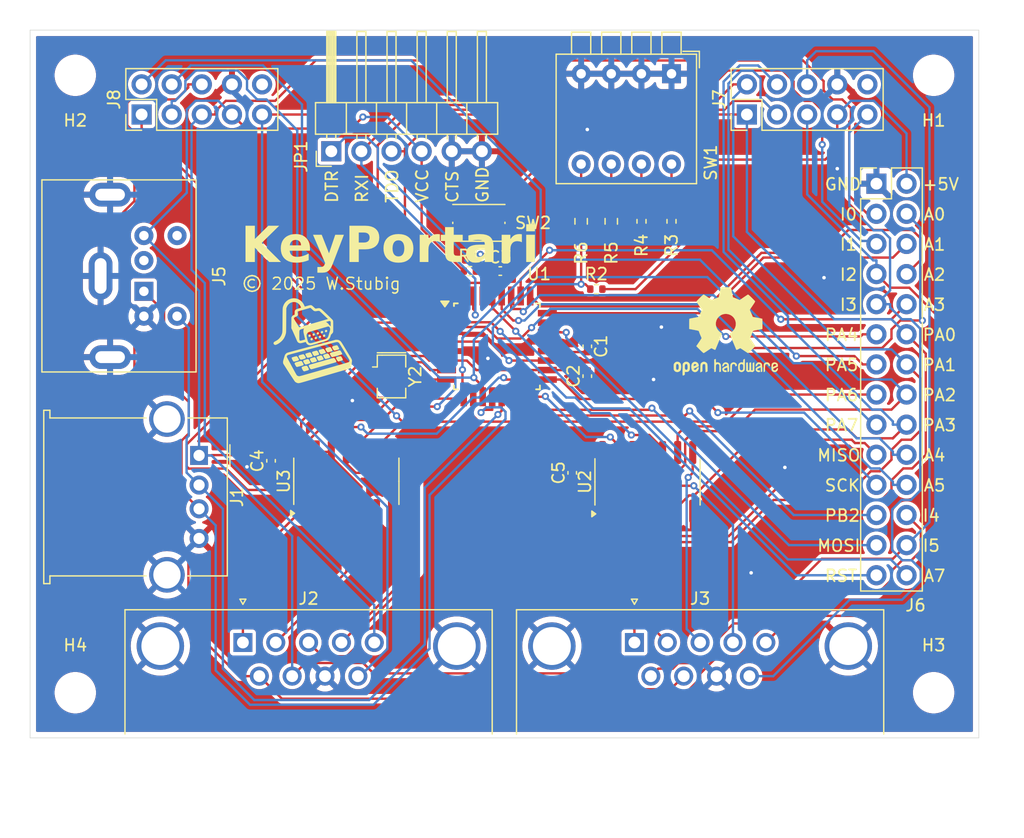
<source format=kicad_pcb>
(kicad_pcb (version 20240108) (generator "pcbnew") (generator_version "8.0")
  (title_block (title "KeyPortari") (date "2025-05-08") (rev "v1.1.1") (company "Wolfgang Stubig"))
  (layers (0 "F.Cu" signal) (31 "B.Cu" signal) (34 "B.Paste" user) (35 "F.Paste" user) (36 "B.SilkS" user "B.Silkscreen") (37 "F.SilkS" user "F.Silkscreen") (38 "B.Mask" user) (39 "F.Mask" user) (44 "Edge.Cuts" user))
  (net 0 "")
  (net 1 "GND")
  (net 2 "+5V")
  (net 3 "I4")
  (net 4 "I0")
  (net 5 "I1")
  (net 6 "I2")
  (net 7 "I3")
  (net 8 "I5")
  (net 9 "DATA")
  (net 10 "PB2")
  (net 11 "CLK")
  (net 12 "Net-(U1-XTAL1{slash}PB6)")
  (net 13 "PB3")
  (net 14 "OE_L")
  (net 15 "OE_R")
  (net 16 "Net-(U1-XTAL2{slash}PB7)")
  (net 17 "PAA6")
  (net 18 "PAA5")
  (net 19 "PAA7")
  (net 20 "PAA4")
  (net 21 "PAA1")
  (net 22 "PAA3")
  (net 23 "PAA2")
  (net 24 "PAA0")
  (net 25 "PA2")
  (net 26 "PA0")
  (net 27 "PA5")
  (net 28 "PA3")
  (net 29 "PA6")
  (net 30 "PA1")
  (net 31 "PA4")
  (net 32 "PA7")
  (net 33 "DTR")
  (net 34 "RST")
  (net 35 "A0")
  (net 36 "Net-(R3-Pad2)")
  (net 37 "Net-(R4-Pad2)")
  (net 38 "Net-(R5-Pad2)")
  (net 39 "Net-(R6-Pad2)")
  (net 40 "A7")
  (net 41 "A1")
  (net 42 "A4")
  (net 43 "A2")
  (net 44 "A5")
  (net 45 "Net-(U1-AREF)")
  (net 46 "A3")
  (net 51 "CONF")
  (footprint "Connector_USB:USB_A_Molex_67643_Horizontal" (layer "F.Cu") (at 67.59 99.37 -90)
    (property "Reference" "J1")
    (property "Value" "USB_A")
  )
  (footprint "MountingHole:MountingHole_3mm" (layer "F.Cu") (at 57.15 119.38)
    (property "Reference" "H4")
    (property "Value" "MountingHole")
  )
  (footprint "Symbol:OSHW-Logo2_9.8x8mm_SilkScreen" (layer "F.Cu") (at 112.014 88.9)
    (property "Reference" "REF**" (hide yes))
    (property "Value" "OSHW-Logo2_9.8x8mm_SilkScreen" (hide yes))
  )
  (footprint "Connector_PinHeader_2.54mm:PinHeader_1x06_P2.54mm_Horizontal" (layer "F.Cu") (at 78.74 73.717 90)
    (property "Reference" "JP1")
    (property "Value" "FTDI Basic")
  )
  (footprint "Connector_Dsub:DSUB-9_Male_Horizontal_P2.77x2.84mm_EdgePinOffset4.94mm_Housed_MountingHolesOffset7.48mm" (layer "F.Cu") (at 71.285 115.1447)
    (property "Reference" "J2")
    (property "Value" "Left Forward Port")
  )
  (footprint "KeyPortari:PinHeader_2x14_P2.54mm_Vertical_KeyPortari_Expansion-Port" (layer "F.Cu") (at 124.714 76.454)
    (property "Reference" "J6")
    (property "Value" "Expansion Port")
  )
  (footprint "Button_Switch_THT:SW_DIP_SPSTx04_Piano_10.8x11.72mm_W7.62mm_P2.54mm" (layer "F.Cu") (at 107.432 67.179 -90)
    (property "Reference" "SW1")
    (property "Value" "Config Switch-Box")
  )
  (footprint "Package_SO:SOIC-14_3.9x8.7mm_P1.27mm" (layer "F.Cu") (at 80.01 101.5492 90)
    (property "Reference" "U3")
    (property "Value" "74HC4066D_653")
  )
  (footprint "Connector_Dsub:DSUB-9_Male_Horizontal_P2.77x2.84mm_EdgePinOffset4.94mm_Housed_MountingHolesOffset7.48mm" (layer "F.Cu") (at 104.305 115.1447)
    (property "Reference" "J3")
    (property "Value" "Right Forward Port")
  )
  (footprint "Crystal:Resonator_SMD_Murata_CSTxExxV-3Pin_3.0x1.1mm" (layer "F.Cu") (at 83.82 92.71 -90)
    (property "Reference" "Y2")
    (property "Value" "16Mhz")
  )
  (footprint "Capacitor_SMD:C_0402_1005Metric" (layer "F.Cu") (at 100.33 92.682 90)
    (property "Reference" "C2")
    (property "Value" "0.1 uF")
  )
  (footprint "Resistor_SMD:R_0402_1005Metric" (layer "F.Cu") (at 104.902 79.625 90)
    (property "Reference" "R4")
    (property "Value" "20K")
  )
  (footprint "KeyPortari:Logo KeyPortari" (layer "F.Cu") (at 77.47 90.551)
    (property "Reference" "G***" (hide yes))
    (property "Value" "LOGO" (hide yes))
  )
  (footprint "Button_Switch_SMD:SW_Push_1P1T_NO_CK_KMR2" (layer "F.Cu") (at 91.186 79.756)
    (property "Reference" "SW2")
    (property "Value" "Reset")
  )
  (footprint "Connector_PinHeader_2.54mm:PinHeader_2x05_P2.54mm_Vertical" (layer "F.Cu") (at 62.743 70.617 90)
    (property "Reference" "J8")
    (property "Value" "Joystick left")
  )
  (footprint "Resistor_SMD:R_0402_1005Metric" (layer "F.Cu") (at 90.424 83.82 180)
    (property "Reference" "R1")
    (property "Value" "10K")
  )
  (footprint "Capacitor_SMD:C_0402_1005Metric" (layer "F.Cu") (at 73.66 99.822 90)
    (property "Reference" "C4")
    (property "Value" "0.1 uF")
  )
  (footprint "MountingHole:MountingHole_3mm" (layer "F.Cu") (at 129.54 119.38)
    (property "Reference" "H3")
    (property "Value" "MountingHole")
  )
  (footprint "Resistor_SMD:R_0603_1608Metric" (layer "F.Cu") (at 102.352 79.625 90)
    (property "Reference" "R5")
    (property "Value" "40K")
  )
  (footprint "Connector_PinHeader_2.54mm:PinHeader_2x05_P2.54mm_Vertical" (layer "F.Cu") (at 113.792 70.617 90)
    (property "Reference" "J7")
    (property "Value" "Joystick right")
  )
  (footprint "Capacitor_SMD:C_0402_1005Metric" (layer "F.Cu") (at 100.33 90.17 -90)
    (property "Reference" "C1")
    (property "Value" "0.1uF")
  )
  (footprint "Resistor_SMD:R_0402_1005Metric" (layer "F.Cu") (at 101.092 85.344)
    (property "Reference" "R2")
    (property "Value" "100K")
  )
  (footprint "Resistor_SMD:R_0603_1608Metric" (layer "F.Cu") (at 99.812 79.625 90)
    (property "Reference" "R6")
    (property "Value" "80K")
  )
  (footprint "MountingHole:MountingHole_3mm" (layer "F.Cu") (at 129.54 67.31)
    (property "Reference" "H1")
    (property "Value" "MountingHole")
  )
  (footprint "Package_SO:SOIC-14_3.9x8.7mm_P1.27mm" (layer "F.Cu") (at 105.41 101.6 90)
    (property "Reference" "U2")
    (property "Value" "74HC4066D_653")
  )
  (footprint "Package_QFP:TQFP-32_7x7mm_P0.8mm" (layer "F.Cu") (at 92.71 90.17)
    (property "Reference" "U1")
    (property "Value" "ATmega328P-A")
  )
  (footprint "KeyPortari:Connector_Mini-DIN_Female_6Pin_2rows" (layer "F.Cu") (at 62.935 85.53 -90)
    (property "Reference" "J5")
    (property "Value" "Mini-DIN-6")
  )
  (footprint "MountingHole:MountingHole_3mm" (layer "F.Cu") (at 57.15 67.31)
    (property "Reference" "H2")
    (property "Value" "MountingHole")
  )
  (footprint "Resistor_SMD:R_0402_1005Metric" (layer "F.Cu") (at 107.432 79.625 90)
    (property "Reference" "R3")
    (property "Value" "10K")
  )
  (footprint "Capacitor_SMD:C_0402_1005Metric" (layer "F.Cu") (at 92.992 83.82)
    (property "Reference" "C3")
    (property "Value" "0.1uF")
  )
  (footprint "Capacitor_SMD:C_0402_1005Metric" (layer "F.Cu") (at 99.06 100.838 90)
    (property "Reference" "C5")
    (property "Value" "0.1 uF")
  )
  (gr_line (start 53.34 123.19) (end 53.34 115.57) (stroke (width 0.05)) (layer "Edge.Cuts"))
  (gr_line (start 53.34 63.5) (end 133.35 63.5) (stroke (width 0.05)) (layer "Edge.Cuts"))
  (gr_line (start 133.35 123.19) (end 53.34 123.19) (stroke (width 0.05)) (layer "Edge.Cuts"))
  (gr_line (start 53.34 115.57) (end 53.34 63.5) (stroke (width 0.05)) (layer "Edge.Cuts"))
  (gr_line (start 133.35 63.5) (end 133.35 123.19) (stroke (width 0.05)) (layer "Edge.Cuts"))
  (gr_text "KeyPortari" (at 71.12 83.566 0) (layer "F.SilkS") (effects (font (size 3 3) (thickness 0.3) (bold yes)) (justify left bottom)))
  (gr_text "© 2025 W.Stubig" (at 71.12 85.471 0) (layer "F.SilkS") (effects (font (size 1 1) (thickness 0.125)) (justify left bottom)))
  (segment (start 121.412 68.077) (end 121.671 68.077) (width 0.5) (layer "F.Cu") (net 1))
  (segment (start 122.0266 68.077) (end 122.8344 68.8848) (width 0.5) (layer "F.Cu") (net 1))
  (segment (start 69.845 68.077) (end 69.088 68.834) (width 0.5) (layer "F.Cu") (net 1))
  (segment (start 121.412 68.077) (end 122.0266 68.077) (width 0.5) (layer "F.Cu") (net 1))
  (segment (start 70.363 68.077) (end 69.845 68.077) (width 0.2) (layer "F.Cu") (net 1))
  (segment (start 124.714 76.454) (end 126.0348 77.7748) (width 0.5) (layer "F.Cu") (net 1))
  (via (at 121.412 75.184) (size 0.6) (drill 0.3) (layers "F.Cu" "B.Cu") (net 1))
  (via (at 71.628 100.33) (size 0.6) (drill 0.3) (layers "F.Cu" "B.Cu") (net 1))
  (via (at 105.918 92.964) (size 0.6) (drill 0.3) (layers "F.Cu" "B.Cu") (net 1))
  (via (at 100.33 71.882) (size 0.6) (drill 0.3) (layers "F.Cu" "B.Cu") (net 1))
  (via (at 116.9924 100.3808) (size 0.6) (drill 0.3) (layers "F.Cu" "B.Cu") (net 1))
  (via (at 91.948 91.186) (size 0.6) (drill 0.3) (layers "F.Cu" "B.Cu") (net 1))
  (via (at 114.1476 109.2708) (size 0.6) (drill 0.3) (layers "F.Cu" "B.Cu") (net 1))
  (via (at 120.2944 84.3788) (size 0.6) (drill 0.3) (layers "F.Cu" "B.Cu") (net 1))
  (via (at 106.5784 88.5444) (size 0.6) (drill 0.3) (layers "F.Cu" "B.Cu") (net 1))
  (via (at 80.518 94.742) (size 0.6) (drill 0.3) (layers "F.Cu" "B.Cu") (net 1))
  (segment (start 120.401 69.088) (end 120.396 69.088) (width 0.2) (layer "B.Cu") (net 1))
  (segment (start 70.363 68.077) (end 70.363 68.585) (width 0.2) (layer "B.Cu") (net 1))
  (segment (start 124.714 76.454) (end 126.0856 77.8256) (width 0.5) (layer "B.Cu") (net 1))
  (segment (start 70.363 68.585) (end 71.12 69.342) (width 0.5) (layer "B.Cu") (net 1))
  (segment (start 121.412 68.077) (end 120.401 69.088) (width 0.5) (layer "B.Cu") (net 1))
  (segment (start 109.982 74.422) (end 109.982 73.8632) (width 0.2) (layer "F.Cu") (net 2))
  (segment (start 80.4252 71.8047) (end 81.4031 70.8268) (width 0.2) (layer "F.Cu") (net 2))
  (segment (start 94.636 76.56) (end 86.466 76.56) (width 0.2) (layer "F.Cu") (net 2))
  (segment (start 96.96 92.17) (end 92.6592 92.17) (width 0.2) (layer "F.Cu") (net 2))
  (segment (start 75.44 117.9847) (end 76.5508 116.8739) (width 0.2) (layer "F.Cu") (net 2))
  (segment (start 88.46 91.37) (end 86.999 91.37) (width 0.2) (layer "F.Cu") (net 2))
  (segment (start 100.6482 100.358) (end 99.06 100.358) (width 0.2) (layer "F.Cu") (net 2))
  (segment (start 88.46 89.77) (end 91.380529 89.77) (width 0.2) (layer "F.Cu") (net 2))
  (segment (start 86.36 80.266) (end 89.914 83.82) (width 0.2) (layer "F.Cu") (net 2))
  (segment (start 86.36 76.454) (end 86.36 80.266) (width 0.2) (layer "F.Cu") (net 2))
  (segment (start 91.380529 89.77) (end 92.6592 91.048671) (width 0.2) (layer "F.Cu") (net 2))
  (segment (start 120.396 74.422) (end 109.982 74.422) (width 0.2) (layer "F.Cu") (net 2))
  (segment (start 98.3996 72.7964) (end 94.636 76.56) (width 0.2) (layer "F.Cu") (net 2))
  (segment (start 76.2 99.0742) (end 73.9278 99.0742) (width 0.2) (layer "F.Cu") (net 2))
  (segment (start 92.6592 92.17) (end 90.9725 92.17) (width 0.2) (layer "F.Cu") (net 2))
  (segment (start 90.1725 91.37) (end 88.46 91.37) (width 0.2) (layer "F.Cu") (net 2))
  (segment (start 68.6697 99.342) (end 68.6417 99.37) (width 0.2) (layer "F.Cu") (net 2))
  (segment (start 70.363 70.617) (end 71.5507 71.8047) (width 0.2) (layer "F.Cu") (net 2))
  (segment (start 101.9867 119.0899) (end 100.6482 117.7514) (width 0.2) (layer "F.Cu") (net 2))
  (segment (start 86.466 76.56) (end 86.36 76.454) (width 0.2) (layer "F.Cu") (net 2))
  (segment (start 121.412 70.617) (end 121.412 73.406) (width 0.2) (layer "F.Cu") (net 2))
  (segment (start 109.982 73.8632) (end 108.9152 72.7964) (width 0.2) (layer "F.Cu") (net 2))
  (segment (start 101.6 99.125) (end 100.6482 100.0768) (width 0.2) (layer "F.Cu") (net 2))
  (segment (start 71.5507 71.8047) (end 80.4252 71.8047) (width 0.2) (layer "F.Cu") (net 2))
  (segment (start 67.59 99.37) (end 68.6417 99.37) (width 0.2) (layer "F.Cu") (net 2))
  (segment (start 73.66 99.342) (end 68.6697 99.342) (width 0.2) (layer "F.Cu") (net 2))
  (segment (start 121.412 73.406) (end 120.396 74.422) (width 0.2) (layer "F.Cu") (net 2))
  (segment (start 96.96 92.17) (end 100.298 92.17) (width 0.2) (layer "F.Cu") (net 2))
  (segment (start 108.46 117.9847) (end 107.3548 119.0899) (width 0.2) (layer "F.Cu") (net 2))
  (segment (start 76.2 96.52) (end 76.2 99.0742) (width 0.2) (layer "F.Cu") (net 2))
  (segment (start 81.4273 116.8739) (end 82.3048 117.7514) (width 0.2) (layer "F.Cu") (net 2))
  (segment (start 86.999 91.37) (end 86.614 90.985) (width 0.2) (layer "F.Cu") (net 2))
  (segment (start 100.298 92.17) (end 100.33 92.202) (width 0.2) (layer "F.Cu") (net 2))
  (segment (start 109.982 74.422) (end 109.982 79.756) (width 0.2) (layer "F.Cu") (net 2))
  (segment (start 104.394 85.344) (end 109.982 79.756) (width 0.2) (layer "F.Cu") (net 2))
  (segment (start 101.602 85.344) (end 104.394 85.344) (width 0.2) (layer "F.Cu") (net 2))
  (segment (start 73.9278 99.0742) (end 73.66 99.342) (width 0.2) (layer "F.Cu") (net 2))
  (segment (start 108.9152 72.7964) (end 98.3996 72.7964) (width 0.2) (layer "F.Cu") (net 2))
  (segment (start 86.36 73.717) (end 86.36 76.454) (width 0.2) (layer "F.Cu") (net 2))
  (segment (start 100.6482 100.358) (end 100.6482 117.7514) (width 0.2) (layer "F.Cu") (net 2))
  (segment (start 107.3548 119.0899) (end 101.9867 119.0899) (width 0.2) (layer "F.Cu") (net 2))
  (segment (start 82.3048 117.7514) (end 100.6482 117.7514) (width 0.2) (layer "F.Cu") (net 2))
  (segment (start 92.6592 91.048671) (end 92.6592 92.17) (width 0.2) (layer "F.Cu") (net 2))
  (segment (start 90.9725 92.17) (end 90.1725 91.37) (width 0.2) (layer "F.Cu") (net 2))
  (segment (start 76.5508 116.8739) (end 81.4273 116.8739) (width 0.2) (layer "F.Cu") (net 2))
  (segment (start 86.614 90.985) (end 81.735 90.985) (width 0.2) (layer "F.Cu") (net 2))
  (segment (start 81.735 90.985) (end 76.2 96.52) (width 0.2) (layer "F.Cu") (net 2))
  (segment (start 100.6482 100.0768) (end 100.6482 100.358) (width 0.2) (layer "F.Cu") (net 2))
  (via (at 81.4031 70.8268) (size 0.6) (drill 0.3) (layers "F.Cu" "B.Cu") (net 2))
  (segment (start 68.6417 99.37) (end 75.44 106.1683) (width 0.2) (layer "B.Cu") (net 2))
  (segment (start 62.935 80.83) (end 67.59 85.485) (width 0.2) (layer "B.Cu") (net 2))
  (segment (start 86.36 73.717) (end 83.4698 70.8268) (width 0.2) (layer "B.Cu") (net 2))
  (segment (start 127.254 72.213) (end 127.254 76.454) (width 0.2) (layer "B.Cu") (net 2))
  (segment (start 121.412 70.617) (end 122.5653 69.4637) (width 0.2) (layer "B.Cu") (net 2))
  (segment (start 75.44 106.1683) (end 75.44 117.9847) (width 0.2) (layer "B.Cu") (net 2))
  (segment (start 122.5653 69.4637) (end 124.5047 69.4637) (width 0.2) (layer "B.Cu") (net 2))
  (segment (start 83.4698 70.8268) (end 81.4031 70.8268) (width 0.2) (layer "B.Cu") (net 2))
  (segment (start 66.553 70.1986) (end 66.553 77.212) (width 0.2) (layer "B.Cu") (net 2))
  (segment (start 66.553 77.212) (end 62.935 80.83) (width 0.2) (layer "B.Cu") (net 2))
  (segment (start 124.5047 69.4637) (end 127.254 72.213) (width 0.2) (layer "B.Cu") (net 2))
  (segment (start 67.2982 69.4534) (end 66.553 70.1986) (width 0.2) (layer "B.Cu") (net 2))
  (segment (start 69.1994 69.4534) (end 67.2982 69.4534) (width 0.2) (layer "B.Cu") (net 2))
  (segment (start 67.59 99.37) (end 68.6417 99.37) (width 0.2) (layer "B.Cu") (net 2))
  (segment (start 67.59 85.485) (end 67.59 99.37) (width 0.2) (layer "B.Cu") (net 2))
  (segment (start 70.363 70.617) (end 69.1994 69.4534) (width 0.2) (layer "B.Cu") (net 2))
  (segment (start 61.5271 69.64) (end 61.8201 69.347) (width 0.2) (layer "F.Cu") (net 3))
  (segment (start 125.984 109.1121) (end 125.984 109.8585) (width 0.2) (layer "F.Cu") (net 3))
  (segment (start 127.254 104.394) (end 128.4611 105.6011) (width 0.2) (layer "F.Cu") (net 3))
  (segment (start 70.9947 117.9847) (end 66.69 113.68) (width 0.2) (layer "F.Cu") (net 3))
  (segment (start 113.055 116.315) (end 111.3094 116.315) (width 0.2) (layer "F.Cu") (net 3))
  (segment (start 128.4611 105.6011) (end 128.4611 107.4119) (width 0.2) (layer "F.Cu") (net 3))
  (segment (start 72.67 117.9847) (end 70.9947 117.9847) (width 0.2) (layer "F.Cu") (net 3))
  (segment (start 66.69 113.68) (end 66.69 108.0652) (width 0.2) (layer "F.Cu") (net 3))
  (segment (start 124.821 111.0215) (end 117.8973 111.0215) (width 0.2) (layer "F.Cu") (net 3))
  (segment (start 114.0001 115.3699) (end 113.055 116.315) (width 0.2) (layer "F.Cu") (net 3))
  (segment (start 65.6698 69.347) (end 66.6713 68.3455) (width 0.2) (layer "F.Cu") (net 3))
  (segment (start 66.69 108.0652) (end 62.1367 103.5119) (width 0.2) (layer "F.Cu") (net 3))
  (segment (start 61.214 78.8419) (end 62.1367 77.9192) (width 0.2) (layer "F.Cu") (net 3))
  (segment (start 62.1367 72.1374) (end 61.5271 71.5278) (width 0.2) (layer "F.Cu") (net 3))
  (segment (start 114.0001 114.9187) (end 114.0001 115.3699) (width 0.2) (layer "F.Cu") (net 3))
  (segment (start 117.8973 111.0215) (end 114.0001 114.9187) (width 0.2) (layer "F.Cu") (net 3))
  (segment (start 109.8451 118.186) (end 108.1431 119.888) (width 0.2) (layer "F.Cu") (net 3))
  (segment (start 62.1367 103.5119) (end 62.1367 89.8227) (width 0.2) (layer "F.Cu") (net 3))
  (segment (start 61.214 88.9) (end 61.214 78.8419) (width 0.2) (layer "F.Cu") (net 3))
  (segment (start 126.8923 108.2038) (end 125.984 109.1121) (width 0.2) (layer "F.Cu") (net 3))
  (segment (start 128.4611 107.4119) (end 127.6692 108.2038) (width 0.2) (layer "F.Cu") (net 3))
  (segment (start 74.5733 119.888) (end 72.67 117.9847) (width 0.2) (layer "F.Cu") (net 3))
  (segment (start 61.8201 69.347) (end 65.6698 69.347) (width 0.2) (layer "F.Cu") (net 3))
  (segment (start 66.6713 68.3455) (end 66.6713 68.077) (width 0.2) (layer "F.Cu") (net 3))
  (segment (start 62.1367 77.9192) (end 62.1367 72.1374) (width 0.2) (layer "F.Cu") (net 3))
  (segment (start 62.1367 89.8227) (end 61.214 88.9) (width 0.2) (layer "F.Cu") (net 3))
  (segment (start 127.6692 108.2038) (end 126.8923 108.2038) (width 0.2) (layer "F.Cu") (net 3))
  (segment (start 66.6713 68.077) (end 67.823 68.077) (width 0.2) (layer "F.Cu") (net 3))
  (segment (start 108.1431 119.888) (end 74.5733 119.888) (width 0.2) (layer "F.Cu") (net 3))
  (segment (start 109.8451 117.7793) (end 109.8451 118.186) (width 0.2) (layer "F.Cu") (net 3))
  (segment (start 111.3094 116.315) (end 109.8451 117.7793) (width 0.2) (layer "F.Cu") (net 3))
  (segment (start 125.984 109.8585) (end 124.821 111.0215) (width 0.2) (layer "F.Cu") (net 3))
  (segment (start 61.5271 71.5278) (end 61.5271 69.64) (width 0.2) (layer "F.Cu") (net 3))
  (segment (start 121.8303 69.347) (end 121.0179 69.347) (width 0.2) (layer "F.Cu") (net 4))
  (segment (start 121.0179 69.347) (end 120.2603 68.5894) (width 0.2) (layer "F.Cu") (net 4))
  (segment (start 120.2603 68.5894) (end 120.2603 67.8018) (width 0.2) (layer "F.Cu") (net 4))
  (segment (start 123.952 78.994) (end 122.428 77.47) (width 0.2) (layer "F.Cu") (net 4))
  (segment (start 122.562 70.0787) (end 121.8303 69.347) (width 0.2) (layer "F.Cu") (net 4))
  (segment (start 68.9747 70.329) (end 68.9747 70.617) (width 0.2) (layer "F.Cu") (net 4))
  (segment (start 74.0078 69.4653) (end 69.8384 69.4653) (width 0.2) (layer "F.Cu") (net 4))
  (segment (start 122.428 71.227346) (end 122.562 71.093346) (width 0.2) (layer "F.Cu") (net 4))
  (segment (start 68.9747 70.617) (end 67.823 70.617) (width 0.2) (layer "F.Cu") (net 4))
  (segment (start 77.412 66.0611) (end 74.0078 69.4653) (width 0.2) (layer "F.Cu") (net 4))
  (segment (start 122.562 71.093346) (end 122.562 70.0787) (width 0.2) (layer "F.Cu") (net 4))
  (segment (start 124.714 78.994) (end 123.952 78.994) (width 0.2) (layer "F.Cu") (net 4))
  (segment (start 122.428 77.47) (end 122.428 71.227346) (width 0.2) (layer "F.Cu") (net 4))
  (segment (start 69.8384 69.4653) (end 68.9747 70.329) (width 0.2) (layer "F.Cu") (net 4))
  (segment (start 120.2603 67.8018) (end 118.5196 66.0611) (width 0.2) (layer "F.Cu") (net 4))
  (segment (start 118.5196 66.0611) (end 77.412 66.0611) (width 0.2) (layer "F.Cu") (net 4))
  (segment (start 68.072 84.836) (end 68.072 97.702) (width 0.2) (layer "B.Cu") (net 4))
  (segment (start 67.823 70.617) (end 66.953 71.487) (width 0.2) (layer "B.Cu") (net 4))
  (segment (start 68.072 97.702) (end 82.365 111.995) (width 0.2) (layer "B.Cu") (net 4))
  (segment (start 66.953 83.717) (end 68.072 84.836) (width 0.2) (layer "B.Cu") (net 4))
  (segment (start 82.365 111.995) (end 82.365 115.1447) (width 0.2) (layer "B.Cu") (net 4))
  (segment (start 66.953 71.487) (end 66.953 83.717) (width 0.2) (layer "B.Cu") (net 4))
  (segment (start 120.142 73.152) (end 120.142 70.260654) (width 0.2) (layer "F.Cu") (net 5))
  (segment (start 120.142 70.260654) (end 119.348346 69.467) (width 0.2) (layer "F.Cu") (net 5))
  (segment (start 117.722 67.8274) (end 116.8051 66.9105) (width 0.2) (layer "F.Cu") (net 5))
  (segment (start 116.8051 66.9105) (end 112.1595 66.9105) (width 0.2) (layer "F.Cu") (net 5))
  (segment (start 80.005 70.617) (end 72.903 70.617) (width 0.2) (layer "F.Cu") (net 5))
  (segment (start 117.722 68.553346) (end 117.722 67.8274) (width 0.2) (layer "F.Cu") (net 5))
  (segment (start 118.635654 69.467) (end 117.722 68.553346) (width 0.2) (layer "F.Cu") (net 5))
  (segment (start 81.205 69.417) (end 80.005 70.617) (width 0.2) (layer "F.Cu") (net 5))
  (segment (start 119.348346 69.467) (end 118.635654 69.467) (width 0.2) (layer "F.Cu") (net 5))
  (segment (start 109.653 69.417) (end 81.205 69.417) (width 0.2) (layer "F.Cu") (net 5))
  (segment (start 112.1595 66.9105) (end 109.653 69.417) (width 0.2) (layer "F.Cu") (net 5))
  (via (at 120.142 73.152) (size 0.6) (drill 0.3) (layers "F.Cu" "B.Cu") (net 5))
  (segment (start 72.903 93.1655) (end 83.4701 103.7326) (width 0.2) (layer "B.Cu") (net 5))
  (segment (start 120.142 73.152) (end 120.142 77.978) (width 0.2) (layer "B.Cu") (net 5))
  (segment (start 124.46 81.28) (end 124.714 81.534) (width 0.2) (layer "B.Cu") (net 5))
  (segment (start 120.142 77.978) (end 123.444 81.28) (width 0.2) (layer "B.Cu") (net 5))
  (segment (start 83.4701 103.7326) (end 83.4701 115.6822) (width 0.2) (layer "B.Cu") (net 5))
  (segment (start 81.1676 117.9847) (end 80.98 117.9847) (width 0.2) (layer "B.Cu") (net 5))
  (segment (start 72.903 70.617) (end 72.903 93.1655) (width 0.2) (layer "B.Cu") (net 5))
  (segment (start 83.4701 115.6822) (end 81.1676 117.9847) (width 0.2) (layer "B.Cu") (net 5))
  (segment (start 123.444 81.28) (end 124.46 81.28) (width 0.2) (layer "B.Cu") (net 5))
  (segment (start 127.492046 85.2257) (end 130.302 88.035654) (width 0.2) (layer "F.Cu") (net 6))
  (segment (start 130.302 88.035654) (end 130.302 109.474) (width 0.2) (layer "F.Cu") (net 6))
  (segment (start 126.8778 112.8982) (end 117.6315 112.8982) (width 0.2) (layer "F.Cu") (net 6))
  (segment (start 125.8657 85.2257) (end 127.492046 85.2257) (width 0.2) (layer "F.Cu") (net 6))
  (segment (start 130.302 109.474) (end 126.8778 112.8982) (width 0.2) (layer "F.Cu") (net 6))
  (segment (start 124.714 84.074) (end 125.8657 85.2257) (width 0.2) (layer "F.Cu") (net 6))
  (segment (start 117.6315 112.8982) (end 115.385 115.1447) (width 0.2) (layer "F.Cu") (net 6))
  (segment (start 118.872 77.3488) (end 118.872 71.7687) (width 0.2) (layer "B.Cu") (net 6))
  (segment (start 124.714 84.074) (end 124.714 82.9223) (width 0.2) (layer "B.Cu") (net 6))
  (segment (start 118.872 70.617) (end 118.872 71.7687) (width 0.2) (layer "B.Cu") (net 6))
  (segment (start 124.714 82.9223) (end 124.4455 82.9223) (width 0.2) (layer "B.Cu") (net 6))
  (segment (start 124.4455 82.9223) (end 118.872 77.3488) (width 0.2) (layer "B.Cu") (net 6))
  (segment (start 124.477654 80.384) (end 125.190346 80.384) (width 0.2) (layer "B.Cu") (net 7))
  (segment (start 128.4061 88.6758) (end 127.6143 87.884) (width 0.2) (layer "B.Cu") (net 7))
  (segment (start 127.6808 108.204) (end 126.8923 108.204) (width 0.2) (layer "B.Cu") (net 7))
  (segment (start 126.8713 111.5399) (end 128.4527 109.9585) (width 0.2) (layer "B.Cu") (net 7))
  (segment (start 125.864 85.464) (end 124.714 86.614) (width 0.2) (layer "B.Cu") (net 7))
  (segment (start 128.4527 108.9759) (end 127.6808 108.204) (width 0.2) (layer "B.Cu") (net 7))
  (segment (start 125.864 81.057654) (end 125.864 85.464) (width 0.2) (layer "B.Cu") (net 7))
  (segment (start 114 117.9847) (end 116.0112 117.9847) (width 0.2) (layer "B.Cu") (net 7))
  (segment (start 126.8356 103.124) (end 127.6199 103.124) (width 0.2) (layer "B.Cu") (net 7))
  (segment (start 122.456 111.5399) (end 126.8713 111.5399) (width 0.2) (layer "B.Cu") (net 7))
  (segment (start 126.8923 108.204) (end 126.0439 107.3556) (width 0.2) (layer "B.Cu") (net 7))
  (segment (start 126.8672 87.884) (end 125.8657 86.8825) (width 0.2) (layer "B.Cu") (net 7))
  (segment (start 128.4061 102.3378) (end 128.4061 88.6758) (width 0.2) (layer "B.Cu") (net 7))
  (segment (start 127.6199 103.124) (end 128.4061 102.3378) (width 0.2) (layer "B.Cu") (net 7))
  (segment (start 126.0439 103.9157) (end 126.8356 103.124) (width 0.2) (layer "B.Cu") (net 7))
  (segment (start 122.428 78.334346) (end 124.477654 80.384) (width 0.2) (layer "B.Cu") (net 7))
  (segment (start 128.4527 109.9585) (end 128.4527 108.9759) (width 0.2) (layer "B.Cu") (net 7))
  (segment (start 127.6143 87.884) (end 126.8672 87.884) (width 0.2) (layer "B.Cu") (net 7))
  (segment (start 123.952 70.617) (end 122.428 72.141) (width 0.2) (layer "B.Cu") (net 7))
  (segment (start 125.190346 80.384) (end 125.864 81.057654) (width 0.2) (layer "B.Cu") (net 7))
  (segment (start 125.8657 86.8825) (end 125.8657 86.614) (width 0.2) (layer "B.Cu") (net 7))
  (segment (start 126.0439 107.3556) (end 126.0439 103.9157) (width 0.2) (layer "B.Cu") (net 7))
  (segment (start 116.0112 117.9847) (end 122.456 111.5399) (width 0.2) (layer "B.Cu") (net 7))
  (segment (start 124.714 86.614) (end 125.8657 86.614) (width 0.2) (layer "B.Cu") (net 7))
  (segment (start 122.428 72.141) (end 122.428 78.334346) (width 0.2) (layer "B.Cu") (net 7))
  (segment (start 126.1023 108.0857) (end 120.1079 108.0857) (width 0.2) (layer "F.Cu") (net 8))
  (segment (start 114.6556 113.538) (end 112.666065 113.538) (width 0.2) (layer "F.Cu") (net 8))
  (segment (start 106.3267 117.348) (end 105.69 117.9847) (width 0.2) (layer "F.Cu") (net 8))
  (segment (start 112.666065 113.538) (end 111.2301 114.973965) (width 0.2) (layer "F.Cu") (net 8))
  (segment (start 111.2301 114.973965) (end 111.2301 115.828614) (width 0.2) (layer "F.Cu") (net 8))
  (segment (start 127.254 106.934) (end 126.1023 108.0857) (width 0.2) (layer "F.Cu") (net 8))
  (segment (start 110.174014 116.8847) (end 108.004365 116.8847) (width 0.2) (layer "F.Cu") (net 8))
  (segment (start 111.2301 115.828614) (end 110.174014 116.8847) (width 0.2) (layer "F.Cu") (net 8))
  (segment (start 108.004365 116.8847) (end 107.541065 117.348) (width 0.2) (layer "F.Cu") (net 8))
  (segment (start 120.1079 108.0857) (end 114.6556 113.538) (width 0.2) (layer "F.Cu") (net 8))
  (segment (start 107.541065 117.348) (end 106.3267 117.348) (width 0.2) (layer "F.Cu") (net 8))
  (segment (start 129.1869 70.0049) (end 129.1869 105.0011) (width 0.2) (layer "B.Cu") (net 8))
  (segment (start 124.46 65.278) (end 129.1869 70.0049) (width 0.2) (layer "B.Cu") (net 8))
  (segment (start 119.634 65.278) (end 124.46 65.278) (width 0.2) (layer "B.Cu") (net 8))
  (segment (start 129.1869 105.0011) (end 127.254 106.934) (width 0.2) (layer "B.Cu") (net 8))
  (segment (start 118.872 68.077) (end 118.872 66.04) (width 0.2) (layer "B.Cu") (net 8))
  (segment (start 118.872 66.04) (end 119.634 65.278) (width 0.2) (layer "B.Cu") (net 8))
  (segment (start 66.7163 97.522) (end 66.1094 98.1289) (width 0.2) (layer "F.Cu") (net 9))
  (segment (start 66.7163 94.8522) (end 66.7163 97.522) (width 0.2) (layer "F.Cu") (net 9))
  (segment (start 66.1094 98.1289) (end 66.1094 102.3894) (width 0.2) (layer "F.Cu") (net 9))
  (segment (start 92.31 94.42) (end 92.31 95.5217) (width 0.2) (layer "F.Cu") (net 9))
  (segment (start 64.635 87.23) (end 64.635 92.7709) (width 0.2) (layer "F.Cu") (net 9))
  (segment (start 62.935 85.53) (end 64.635 87.23) (width 0.2) (layer "F.Cu") (net 9))
  (segment (start 92.31 95.5217) (end 91.5978 95.5217) (width 0.2) (layer "F.Cu") (net 9))
  (segment (start 66.1094 102.3894) (end 67.59 103.87) (width 0.2) (layer "F.Cu") (net 9))
  (segment (start 64.635 92.7709) (end 66.7163 94.8522) (width 0.2) (layer "F.Cu") (net 9))
  (segment (start 91.5978 95.5217) (end 91.3689 95.7506) (width 0.2) (layer "F.Cu") (net 9))
  (via (at 91.3689 95.7506) (size 0.6) (drill 0.3) (layers "F.Cu" "B.Cu") (net 9))
  (segment (start 71.882 120.396) (end 82.296 120.396) (width 0.2) (layer "B.Cu") (net 9))
  (segment (start 68.9898 105.2698) (end 68.9898 117.5038) (width 0.2) (layer "B.Cu") (net 9))
  (segment (start 82.296 120.396) (end 87.025 115.667) (width 0.2) (layer "B.Cu") (net 9))
  (segment (start 93.0515 95.3102) (end 91.8093 95.3102) (width 0.2) (layer "B.Cu") (net 9))
  (segment (start 91.8093 95.3102) (end 91.3689 95.7506) (width 0.2) (layer "B.Cu") (net 9))
  (segment (start 87.025 115.667) (end 87.025 102.713) (width 0.2) (layer "B.Cu") (net 9))
  (segment (start 67.59 103.87) (end 68.9898 105.2698) (width 0.2) (layer "B.Cu") (net 9))
  (segment (start 68.9898 117.5038) (end 71.882 120.396) (width 0.2) (layer "B.Cu") (net 9))
  (segment (start 93.4337 96.3043) (end 93.4337 95.6924) (width 0.2) (layer "B.Cu") (net 9))
  (segment (start 93.4337 95.6924) (end 93.0515 95.3102) (width 0.2) (layer "B.Cu") (net 9))
  (segment (start 87.025 102.713) (end 93.4337 96.3043) (width 0.2) (layer "B.Cu") (net 9))
  (segment (start 108.9632 95.62) (end 108.5807 96.0025) (width 0.2) (layer "F.Cu") (net 10))
  (segment (start 108.5807 96.0025) (end 94.3908 96.0025) (width 0.2) (layer "F.Cu") (net 10))
  (segment (start 94.3908 96.0025) (end 93.91 95.5217) (width 0.2) (layer "F.Cu") (net 10))
  (segment (start 93.91 94.42) (end 93.91 95.5217) (width 0.2) (layer "F.Cu") (net 10))
  (via (at 108.9632 95.62) (size 0.6) (drill 0.3) (layers "F.Cu" "B.Cu") (net 10))
  (segment (start 117.7372 104.394) (end 124.714 104.394) (width 0.2) (layer "B.Cu") (net 10))
  (segment (start 108.9632 95.62) (end 117.7372 104.394) (width 0.2) (layer "B.Cu") (net 10))
  (segment (start 93.11 94.42) (end 93.11 95.5995) (width 0.2) (layer "F.Cu") (net 11))
  (segment (start 93.11 95.5995) (end 92.7913 95.9182) (width 0.2) (layer "F.Cu") (net 11))
  (via (at 92.7913 95.9182) (size 0.6) (drill 0.3) (layers "F.Cu" "B.Cu") (net 11))
  (segment (start 69.596 103.876) (end 69.596 117.348) (width 0.2) (layer "B.Cu") (net 11))
  (segment (start 81.934 119.996) (end 86.625 115.305) (width 0.2) (layer "B.Cu") (net 11))
  (segment (start 69.596 117.348) (end 72.244 119.996) (width 0.2) (layer "B.Cu") (net 11))
  (segment (start 72.244 119.996) (end 81.934 119.996) (width 0.2) (layer "B.Cu") (net 11))
  (segment (start 66.719 97.7101) (end 66.719 88.614) (width 0.2) (layer "B.Cu") (net 11))
  (segment (start 66.719 88.614) (end 65.735 87.63) (width 0.2) (layer "B.Cu") (net 11))
  (segment (start 66.5383 97.8908) (end 66.719 97.7101) (width 0.2) (layer "B.Cu") (net 11))
  (segment (start 66.5383 100.8183) (end 66.5383 97.8908) (width 0.2) (layer "B.Cu") (net 11))
  (segment (start 67.59 101.87) (end 69.596 103.876) (width 0.2) (layer "B.Cu") (net 11))
  (segment (start 67.59 101.87) (end 66.5383 100.8183) (width 0.2) (layer "B.Cu") (net 11))
  (segment (start 86.625 115.305) (end 86.625 102.0845) (width 0.2) (layer "B.Cu") (net 11))
  (segment (start 86.625 102.0845) (end 92.7913 95.9182) (width 0.2) (layer "B.Cu") (net 11))
  (segment (start 86.43 91.51) (end 83.82 91.51) (width 0.2) (layer "F.Cu") (net 12))
  (segment (start 87.09 92.17) (end 86.43 91.51) (width 0.2) (layer "F.Cu") (net 12))
  (segment (start 88.46 92.17) (end 87.09 92.17) (width 0.2) (layer "F.Cu") (net 12))
  (segment (start 94.71 95.5217) (end 105.6419 95.5217) (width 0.2) (layer "F.Cu") (net 13))
  (segment (start 94.71 94.42) (end 94.71 95.5217) (width 0.2) (layer "F.Cu") (net 13))
  (segment (start 105.6419 95.5217) (end 105.7814 95.3822) (width 0.2) (layer "F.Cu") (net 13))
  (via (at 105.7814 95.3822) (size 0.6) (drill 0.3) (layers "F.Cu" "B.Cu") (net 13))
  (segment (start 124.714 106.934) (end 117.3332 106.934) (width 0.2) (layer "B.Cu") (net 13))
  (segment (start 117.3332 106.934) (end 105.7814 95.3822) (width 0.2) (layer "B.Cu") (net 13))
  (segment (start 78.74 99.485) (end 81.28 102.025) (width 0.2) (layer "F.Cu") (net 14))
  (segment (start 78.74 99.0742) (end 78.74 99.485) (width 0.2) (layer "F.Cu") (net 14))
  (segment (start 78.74 98.6904) (end 78.74 99.0742) (width 0.2) (layer "F.Cu") (net 14))
  (segment (start 99.699 94.6073) (end 98.0617 92.97) (width 0.2) (layer "F.Cu") (net 14))
  (segment (start 93.4351 92.97) (end 96.96 92.97) (width 0.2) (layer "F.Cu") (net 14))
  (segment (start 81.28 102.025) (end 81.28 104.0242) (width 0.2) (layer "F.Cu") (net 14))
  (segment (start 110.1918 94.6073) (end 99.699 94.6073) (width 0.2) (layer "F.Cu") (net 14))
  (segment (start 81.2437 96.9753) (end 80.4551 96.9753) (width 0.2) (layer "F.Cu") (net 14))
  (segment (start 111.3425 95.758) (end 110.1918 94.6073) (width 0.2) (layer "F.Cu") (net 14))
  (segment (start 81.28 104.0242) (end 82.55 104.0242) (width 0.2) (layer "F.Cu") (net 14))
  (segment (start 98.0617 92.97) (end 96.96 92.97) (width 0.2) (layer "F.Cu") (net 14))
  (segment (start 78.74 99.0742) (end 77.47 99.0742) (width 0.2) (layer "F.Cu") (net 14))
  (segment (start 93.2726 92.8075) (end 93.4351 92.97) (width 0.2) (layer "F.Cu") (net 14))
  (segment (start 80.4551 96.9753) (end 78.74 98.6904) (width 0.2) (layer "F.Cu") (net 14))
  (via (at 93.2726 92.8075) (size 0.6) (drill 0.3) (layers "F.Cu" "B.Cu") (net 14))
  (via (at 111.3425 95.758) (size 0.6) (drill 0.3) (layers "F.Cu" "B.Cu") (net 14))
  (via (at 81.2437 96.9753) (size 0.6) (drill 0.3) (layers "F.Cu" "B.Cu") (net 14))
  (segment (start 118.618 95.758) (end 124.714 101.854) (width 0.2) (layer "B.Cu") (net 14))
  (segment (start 111.3425 95.758) (end 118.618 95.758) (width 0.2) (layer "B.Cu") (net 14))
  (segment (start 92.8665 92.8075) (end 91.186 94.488) (width 0.2) (layer "B.Cu") (net 14))
  (segment (start 81.8044 97.536) (end 81.2437 96.9753) (width 0.2) (layer "B.Cu") (net 14))
  (segment (start 87.63 97.536) (end 81.8044 97.536) (width 0.2) (layer "B.Cu") (net 14))
  (segment (start 91.186 94.488) (end 90.678 94.488) (width 0.2) (layer "B.Cu") (net 14))
  (segment (start 93.2726 92.8075) (end 92.8665 92.8075) (width 0.2) (layer "B.Cu") (net 14))
  (segment (start 90.678 94.488) (end 87.63 97.536) (width 0.2) (layer "B.Cu") (net 14))
  (segment (start 102.87 99.125) (end 102.87 98.4188) (width 0.2) (layer "F.Cu") (net 15))
  (segment (start 108.9065 102.7456) (end 109.3444 102.7456) (width 0.2) (layer "F.Cu") (net 15))
  (segment (start 122.904314 98.324) (end 123.724 98.324) (width 0.2) (layer "F.Cu") (net 15))
  (segment (start 95.51 94.42) (end 96.7568 94.42) (width 0.2) (layer "F.Cu") (net 15))
  (segment (start 109.3444 102.7456) (end 114.046 98.044) (width 0.2) (layer "F.Cu") (net 15))
  (segment (start 107.95 103.7021) (end 108.9065 102.7456) (width 0.2) (layer "F.Cu") (net 15))
  (segment (start 107.95 104.075) (end 107.95 103.7021) (width 0.2) (layer "F.Cu") (net 15))
  (segment (start 106.68 102.9954) (end 106.68 104.075) (width 0.2) (layer "F.Cu") (net 15))
  (segment (start 114.046 98.044) (end 122.624314 98.044) (width 0.2) (layer "F.Cu") (net 15))
  (segment (start 102.87 98.4188) (end 102.2681 97.8169) (width 0.2) (layer "F.Cu") (net 15))
  (segment (start 107.95 104.075) (end 106.68 104.075) (width 0.2) (layer "F.Cu") (net 15))
  (segment (start 104.14 99.125) (end 104.14 100.4554) (width 0.2) (layer "F.Cu") (net 15))
  (segment (start 104.14 100.4554) (end 106.68 102.9954) (width 0.2) (layer "F.Cu") (net 15))
  (segment (start 122.624314 98.044) (end 122.904314 98.324) (width 0.2) (layer "F.Cu") (net 15))
  (segment (start 123.724 98.324) (end 124.714 99.314) (width 0.2) (layer "F.Cu") (net 15))
  (segment (start 102.87 99.125) (end 104.14 99.125) (width 0.2) (layer "F.Cu") (net 15))
  (segment (start 96.7568 94.42) (end 96.7923 94.3845) (width 0.2) (layer "F.Cu") (net 15))
  (via (at 102.2681 97.8169) (size 0.6) (drill 0.3) (layers "F.Cu" "B.Cu") (net 15))
  (via (at 96.7923 94.3845) (size 0.6) (drill 0.3) (layers "F.Cu" "B.Cu") (net 15))
  (segment (start 96.7923 94.3845) (end 100.2247 97.8169) (width 0.2) (layer "B.Cu") (net 15))
  (segment (start 100.2247 97.8169) (end 102.2681 97.8169) (width 0.2) (layer "B.Cu") (net 15))
  (segment (start 87.3583 92.97) (end 86.4183 93.91) (width 0.2) (layer "F.Cu") (net 16))
  (segment (start 86.4183 93.91) (end 83.82 93.91) (width 0.2) (layer "F.Cu") (net 16))
  (segment (start 88.46 92.97) (end 87.3583 92.97) (width 0.2) (layer "F.Cu") (net 16))
  (segment (start 80.7937 115.5513) (end 80.0429 116.3021) (width 0.2) (layer "F.Cu") (net 17))
  (segment (start 85.1042 99.0742) (end 86.106 100.076) (width 0.2) (layer "F.Cu") (net 17))
  (segment (start 80.0429 116.3021) (end 77.9824 116.3021) (width 0.2) (layer "F.Cu") (net 17))
  (segment (start 84.4382 110.8674) (end 80.7937 114.5119) (width 0.2) (layer "F.Cu") (net 17))
  (segment (start 77.9824 116.3021) (end 76.825 115.1447) (width 0.2) (layer "F.Cu") (net 17))
  (segment (start 80.7937 114.5119) (end 80.7937 115.5513) (width 0.2) (layer "F.Cu") (net 17))
  (segment (start 86.106 100.076) (end 86.106 109.22) (width 0.2) (layer "F.Cu") (net 17))
  (segment (start 83.82 99.0742) (end 85.1042 99.0742) (width 0.2) (layer "F.Cu") (net 17))
  (segment (start 84.4586 110.8674) (end 84.4382 110.8674) (width 0.2) (layer "F.Cu") (net 17))
  (segment (start 86.106 109.22) (end 84.4586 110.8674) (width 0.2) (layer "F.Cu") (net 17))
  (segment (start 80.01 104.0242) (end 80.01 109.1897) (width 0.2) (layer "F.Cu") (net 18))
  (segment (start 80.01 109.1897) (end 74.055 115.1447) (width 0.2) (layer "F.Cu") (net 18))
  (segment (start 80.01 99.0742) (end 80.01 100.049199) (width 0.2) (layer "F.Cu") (net 19))
  (segment (start 80.798801 100.838) (end 84.328 100.838) (width 0.2) (layer "F.Cu") (net 19))
  (segment (start 80.01 100.049199) (end 80.798801 100.838) (width 0.2) (layer "F.Cu") (net 19))
  (segment (start 85.706 102.216) (end 85.706 109.0316) (width 0.2) (layer "F.Cu") (net 19))
  (segment (start 85.706 109.0316) (end 79.595 115.1426) (width 0.2) (layer "F.Cu") (net 19))
  (segment (start 84.328 100.838) (end 85.706 102.216) (width 0.2) (layer "F.Cu") (net 19))
  (segment (start 79.595 115.1426) (end 79.595 115.1447) (width 0.2) (layer "F.Cu") (net 19))
  (segment (start 71.285 108.9392) (end 71.285 115.1447) (width 0.2) (layer "F.Cu") (net 20))
  (segment (start 76.2 104.0242) (end 71.285 108.9392) (width 0.2) (layer "F.Cu") (net 20))
  (segment (start 102.5361 102.7709) (end 102.235 103.072) (width 0.2) (layer "F.Cu") (net 21))
  (segment (start 102.235 103.072) (end 102.235 110.3047) (width 0.2) (layer "F.Cu") (net 21))
  (segment (start 105.41 103.6625) (end 104.5184 102.7709) (width 0.2) (layer "F.Cu") (net 21))
  (segment (start 104.5184 102.7709) (end 102.5361 102.7709) (width 0.2) (layer "F.Cu") (net 21))
  (segment (start 105.41 104.075) (end 105.41 103.6625) (width 0.2) (layer "F.Cu") (net 21))
  (segment (start 102.235 110.3047) (end 107.075 115.1447) (width 0.2) (layer "F.Cu") (net 21))
  (segment (start 107.7533 101.926) (end 109.3119 101.926) (width 0.2) (layer "F.Cu") (net 22))
  (segment (start 105.41 99.125) (end 105.41 99.5827) (width 0.2) (layer "F.Cu") (net 22))
  (segment (start 105.41 99.5827) (end 107.7533 101.926) (width 0.2) (layer "F.Cu") (net 22))
  (via (at 109.3119 101.926) (size 0.6) (drill 0.3) (layers "F.Cu" "B.Cu") (net 22))
  (segment (start 112.615 105.2291) (end 112.615 115.1447) (width 0.2) (layer "B.Cu") (net 22))
  (segment (start 109.3119 101.926) (end 112.615 105.2291) (width 0.2) (layer "B.Cu") (net 22))
  (segment (start 109.22 100.8448) (end 108.8402 101.2246) (width 0.2) (layer "F.Cu") (net 23))
  (segment (start 109.22 99.125) (end 109.22 100.8448) (width 0.2) (layer "F.Cu") (net 23))
  (via (at 108.8402 101.2246) (size 0.6) (drill 0.3) (layers "F.Cu" "B.Cu") (net 23))
  (segment (start 108.7102 114.0099) (end 109.845 115.1447) (width 0.2) (layer "B.Cu") (net 23))
  (segment (start 108.8402 101.2246) (end 108.7102 101.3546) (width 0.2) (layer "B.Cu") (net 23))
  (segment (start 108.7102 101.3546) (end 108.7102 114.0099) (width 0.2) (layer "B.Cu") (net 23))
  (segment (start 104.305 115.1447) (end 104.305 114.043) (width 0.2) (layer "F.Cu") (net 24))
  (segment (start 101.6 104.075) (end 101.6 111.338) (width 0.2) (layer "F.Cu") (net 24))
  (segment (start 101.6 111.338) (end 104.305 114.043) (width 0.2) (layer "F.Cu") (net 24))
  (segment (start 113.0518 96.92) (end 108.6168 96.92) (width 0.2) (layer "F.Cu") (net 25))
  (segment (start 115.182 69.467) (end 116.332 70.617) (width 0.2) (layer "F.Cu") (net 25))
  (segment (start 82.6549 78.6649) (end 82.6549 73.2047) (width 0.2) (layer "F.Cu") (net 25))
  (segment (start 82.6549 73.2047) (end 85.6426 70.217) (width 0.2) (layer "F.Cu") (net 25))
  (segment (start 125.984 95.504) (end 114.4678 95.504) (width 0.2) (layer "F.Cu") (net 25))
  (segment (start 107.95 97.5868) (end 107.95 99.125) (width 0.2) (layer "F.Cu") (net 25))
  (segment (start 112.642 69.467) (end 115.182 69.467) (width 0.2) (layer "F.Cu") (net 25))
  (segment (start 89.91 85.92) (end 82.6549 78.6649) (width 0.2) (layer "F.Cu") (net 25))
  (segment (start 85.6426 70.217) (end 111.892 70.217) (width 0.2) (layer "F.Cu") (net 25))
  (segment (start 114.4678 95.504) (end 113.0518 96.92) (width 0.2) (layer "F.Cu") (net 25))
  (segment (start 127.254 94.234) (end 125.984 95.504) (width 0.2) (layer "F.Cu") (net 25))
  (segment (start 108.6168 96.92) (end 107.95 97.5868) (width 0.2) (layer "F.Cu") (net 25))
  (segment (start 111.892 70.217) (end 112.642 69.467) (width 0.2) (layer "F.Cu") (net 25))
  (segment (start 114.2924 66.9246) (end 114.942 67.5742) (width 0.2) (layer "B.Cu") (net 25))
  (segment (start 114.942 67.5742) (end 114.942 69.227) (width 0.2) (layer "B.Cu") (net 25))
  (segment (start 127.254 94.234) (end 125.984 92.964) (width 0.2) (layer "B.Cu") (net 25))
  (segment (start 113.3133 66.9246) (end 114.2924 66.9246) (width 0.2) (layer "B.Cu") (net 25))
  (segment (start 112.2355 68.0024) (end 113.3133 66.9246) (width 0.2) (layer "B.Cu") (net 25))
  (segment (start 112.2355 82.0095) (end 112.2355 68.0024) (width 0.2) (layer "B.Cu") (net 25))
  (segment (start 114.942 69.227) (end 116.332 70.617) (width 0.2) (layer "B.Cu") (net 25))
  (segment (start 123.19 92.964) (end 112.2355 82.0095) (width 0.2) (layer "B.Cu") (net 25))
  (segment (start 125.984 92.964) (end 123.19 92.964) (width 0.2) (layer "B.Cu") (net 25))
  (segment (start 84.9493 73.717) (end 84.9493 73.4939) (width 0.2) (layer "F.Cu") (net 26))
  (segment (start 125.984 101.4599) (end 125.984 102.2723) (width 0.2) (layer "F.Cu") (net 26))
  (segment (start 127.7312 100.4657) (end 126.9782 100.4657) (width 0.2) (layer "F.Cu") (net 26))
  (segment (start 127.254 89.154) (end 128.8767 90.7767) (width 0.2) (layer "F.Cu") (net 26))
  (segment (start 87.8262 70.617) (end 113.792 70.617) (width 0.2) (layer "F.Cu") (net 26))
  (segment (start 102.87 106.68) (end 102.87 104.075) (width 0.2) (layer "F.Cu") (net 26))
  (segment (start 91.51 85.92) (end 91.51 84.8183) (width 0.2) (layer "F.Cu") (net 26))
  (segment (start 89.9 84.8183) (end 84.9493 79.8676) (width 0.2) (layer "F.Cu") (net 26))
  (segment (start 125.984 102.2723) (end 125.1323 103.124) (width 0.2) (layer "F.Cu") (net 26))
  (segment (start 126.9782 100.4657) (end 125.984 101.4599) (width 0.2) (layer "F.Cu") (net 26))
  (segment (start 91.51 84.8183) (end 89.9 84.8183) (width 0.2) (layer "F.Cu") (net 26))
  (segment (start 116.033 103.124) (end 112.477 106.68) (width 0.2) (layer "F.Cu") (net 26))
  (segment (start 84.9493 79.8676) (end 84.9493 73.717) (width 0.2) (layer "F.Cu") (net 26))
  (segment (start 125.1323 103.124) (end 116.033 103.124) (width 0.2) (layer "F.Cu") (net 26))
  (segment (start 112.477 106.68) (end 102.87 106.68) (width 0.2) (layer "F.Cu") (net 26))
  (segment (start 83.82 73.717) (end 84.9493 73.717) (width 0.2) (layer "F.Cu") (net 26))
  (segment (start 128.8767 90.7767) (end 128.8767 99.3202) (width 0.2) (layer "F.Cu") (net 26))
  (segment (start 128.8767 99.3202) (end 127.7312 100.4657) (width 0.2) (layer "F.Cu") (net 26))
  (segment (start 84.9493 73.4939) (end 87.8262 70.617) (width 0.2) (layer "F.Cu") (net 26))
  (segment (start 127.254 89.154) (end 125.984 87.884) (width 0.2) (layer "B.Cu") (net 26))
  (segment (start 125.984 87.884) (end 121.158 87.884) (width 0.2) (layer "B.Cu") (net 26))
  (segment (start 113.792 80.518) (end 113.792 70.617) (width 0.2) (layer "B.Cu") (net 26))
  (segment (start 121.158 87.884) (end 113.792 80.518) (width 0.2) (layer "B.Cu") (net 26))
  (segment (start 81.9327 96.3753) (end 78.553348 96.3753) (width 0.2) (layer "F.Cu") (net 27))
  (segment (start 89.91 94.3211) (end 89.6535 94.5776) (width 0.2) (layer "F.Cu") (net 27))
  (segment (start 78.74 103.324) (end 78.74 104.0242) (width 0.2) (layer "F.Cu") (net 27))
  (segment (start 122.8573 90.989) (end 117.9607 90.989) (width 0.2) (layer "F.Cu") (net 27))
  (segment (start 89.91 94.3211) (end 89.91 93.3183) (width 0.2) (layer "F.Cu") (net 27))
  (segment (start 76.835 101.419) (end 78.74 103.324) (width 0.2) (layer "F.Cu") (net 27))
  (segment (start 123.5623 91.694) (end 122.8573 90.989) (width 0.2) (layer "F.Cu") (net 27))
  (segment (start 76.835 98.093648) (end 76.835 101.419) (width 0.2) (layer "F.Cu") (net 27))
  (segment (start 89.91 93.3183) (end 89.8011 93.2094) (width 0.2) (layer "F.Cu") (net 27))
  (segment (start 83.7304 94.5776) (end 81.9327 96.3753) (width 0.2) (layer "F.Cu") (net 27))
  (segment (start 89.8011 93.2094) (end 89.8011 92.1405) (width 0.2) (layer "F.Cu") (net 27))
  (segment (start 78.553348 96.3753) (end 76.835 98.093648) (width 0.2) (layer "F.Cu") (net 27))
  (segment (start 89.91 94.42) (end 89.91 94.3211) (width 0.2) (layer "F.Cu") (net 27))
  (segment (start 124.714 91.694) (end 123.5623 91.694) (width 0.2) (layer "F.Cu") (net 27))
  (segment (start 89.6535 94.5776) (end 83.7304 94.5776) (width 0.2) (layer "F.Cu") (net 27))
  (via (at 117.9607 90.989) (size 0.6) (drill 0.3) (layers "F.Cu" "B.Cu") (net 27))
  (via (at 89.8011 92.1405) (size 0.6) (drill 0.3) (layers "F.Cu" "B.Cu") (net 27))
  (segment (start 64.7731 66.0469) (end 85.4737 66.0469) (width 0.2) (layer "B.Cu") (net 27))
  (segment (start 96.4005 82.8604) (end 109.8321 82.8604) (width 0.2) (layer "B.Cu") (net 27))
  (segment (start 96.4005 82.8604) (end 89.8011 89.4598) (width 0.2) (layer "B.Cu") (net 27))
  (segment (start 89.8011 89.4598) (end 89.8011 92.1405) (width 0.2) (layer "B.Cu") (net 27))
  (segment (start 109.8321 82.8604) (end 117.9607 90.989) (width 0.2) (layer "B.Cu") (net 27))
  (segment (start 96.4005 76.9737) (end 96.4005 82.8604) (width 0.2) (layer "B.Cu") (net 27))
  (segment (start 85.4737 66.0469) (end 96.4005 76.9737) (width 0.2) (layer "B.Cu") (net 27))
  (segment (start 62.743 68.077) (end 64.7731 66.0469) (width 0.2) (layer "B.Cu") (net 27))
  (segment (start 108.585 100.1164) (end 108.585 98.0694) (width 0.2) (layer "F.Cu") (net 28))
  (segment (start 108.2559 100.4455) (end 108.585 100.1164) (width 0.2) (layer "F.Cu") (net 28))
  (segment (start 126.104 97.924) (end 126.2126 97.8154) (width 0.2) (layer "F.Cu") (net 28))
  (segment (start 108.585 98.0694) (end 109.3344 97.32) (width 0.2) (layer "F.Cu") (net 28))
  (segment (start 90.3297 88.138) (end 89.5617 87.37) (width 0.2) (layer "F.Cu") (net 28))
  (segment (start 92.9801 88.9088) (end 92.2093 88.138) (width 0.2) (layer "F.Cu") (net 28))
  (segment (start 105.558 97.6464) (end 106.68 98.7684) (width 0.2) (layer "F.Cu") (net 28))
  (segment (start 109.3344 97.32) (end 113.217485 97.32) (width 0.2) (layer "F.Cu") (net 28))
  (segment (start 107.6277 100.4455) (end 108.2559 100.4455) (width 0.2) (layer "F.Cu") (net 28))
  (segment (start 113.357085 97.1804) (end 122.3264 97.1804) (width 0.2) (layer "F.Cu") (net 28))
  (segment (start 122.3264 97.1804) (end 123.07 97.924) (width 0.2) (layer "F.Cu") (net 28))
  (segment (start 126.2126 97.8154) (end 126.0824 97.9456) (width 0.2) (layer "F.Cu") (net 28))
  (segment (start 123.07 97.924) (end 126.104 97.924) (width 0.2) (layer "F.Cu") (net 28))
  (segment (start 106.68 99.4978) (end 107.6277 100.4455) (width 0.2) (layer "F.Cu") (net 28))
  (segment (start 89.5617 87.37) (end 88.46 87.37) (width 0.2) (layer "F.Cu") (net 28))
  (segment (start 106.68 98.7684) (end 106.68 99.125) (width 0.2) (layer "F.Cu") (net 28))
  (segment (start 104.048 97.6464) (end 105.558 97.6464) (width 0.2) (layer "F.Cu") (net 28))
  (segment (start 127.254 96.774) (end 126.2126 97.8154) (width 0.2) (layer "F.Cu") (net 28))
  (segment (start 106.68 99.125) (end 106.68 99.4978) (width 0.2) (layer "F.Cu") (net 28))
  (segment (start 113.217485 97.32) (end 113.357085 97.1804) (width 0.2) (layer "F.Cu") (net 28))
  (segment (start 92.2093 88.138) (end 90.3297 88.138) (width 0.2) (layer "F.Cu") (net 28))
  (via (at 104.048 97.6464) (size 0.6) (drill 0.3) (layers "F.Cu" "B.Cu") (net 28))
  (via (at 92.9801 88.9088) (size 0.6) (drill 0.3) (layers "F.Cu" "B.Cu") (net 28))
  (segment (start 99.324614 94.488) (end 98.5593 94.488) (width 0.2) (layer "B.Cu") (net 28))
  (segment (start 125.1008 95.504) (end 124.3448 95.504) (width 0.2) (layer "B.Cu") (net 28))
  (segment (start 104.048 97.6464) (end 102.2072 95.8056) (width 0.2) (layer "B.Cu") (net 28))
  (segment (start 126.1023 96.5055) (end 125.1008 95.504) (width 0.2) (layer "B.Cu") (net 28))
  (segment (start 114.7368 66.4818) (end 116.332 68.077) (width 0.2) (layer "B.Cu") (net 28))
  (segment (start 117.2543 87.6349) (end 111.8242 82.2048) (width 0.2) (layer "B.Cu") (net 28))
  (segment (start 98.5593 94.488) (end 92.9801 88.9088) (width 0.2) (layer "B.Cu") (net 28))
  (segment (start 100.642214 95.8056) (end 99.324614 94.488) (width 0.2) (layer "B.Cu") (net 28))
  (segment (start 124.3448 95.504) (end 117.2543 88.4135) (width 0.2) (layer "B.Cu") (net 28))
  (segment (start 111.8242 67.8436) (end 113.186 66.4818) (width 0.2) (layer "B.Cu") (net 28))
  (segment (start 102.2072 95.8056) (end 100.642214 95.8056) (width 0.2) (layer "B.Cu") (net 28))
  (segment (start 127.254 96.774) (end 126.1023 96.774) (width 0.2) (layer "B.Cu") (net 28))
  (segment (start 117.2543 88.4135) (end 117.2543 87.6349) (width 0.2) (layer "B.Cu") (net 28))
  (segment (start 111.8242 82.2048) (end 111.8242 67.8436) (width 0.2) (layer "B.Cu") (net 28))
  (segment (start 113.186 66.4818) (end 114.7368 66.4818) (width 0.2) (layer "B.Cu") (net 28))
  (segment (start 126.1023 96.774) (end 126.1023 96.5055) (width 0.2) (layer "B.Cu") (net 28))
  (segment (start 90.71 94.42) (end 90.71 95.5217) (width 0.2) (layer "F.Cu") (net 29))
  (segment (start 82.55 98.7129) (end 84.7398 96.5231) (width 0.2) (layer "F.Cu") (net 29))
  (segment (start 112.1152 96.52) (end 91.1989 96.52) (width 0.2) (layer "F.Cu") (net 29))
  (segment (start 90.71 95.5217) (end 90.4553 95.7764) (width 0.2) (layer "F.Cu") (net 29))
  (segment (start 91.1989 96.52) (end 90.4553 95.7764) (width 0.2) (layer "F.Cu") (net 29))
  (segment (start 84.7398 96.5231) (end 84.2438 96.0271) (width 0.2) (layer "F.Cu") (net 29))
  (segment (start 114.4012 94.234) (end 112.1152 96.52) (width 0.2) (layer "F.Cu") (net 29))
  (segment (start 89.7086 96.5231) (end 84.7398 96.5231) (width 0.2) (layer "F.Cu") (net 29))
  (segment (start 124.714 94.234) (end 114.4012 94.234) (width 0.2) (layer "F.Cu") (net 29))
  (segment (start 82.55 99.0742) (end 82.55 98.7129) (width 0.2) (layer "F.Cu") (net 29))
  (segment (start 84.2438 96.0271) (end 84.2438 96.0256) (width 0.2) (layer "F.Cu") (net 29))
  (segment (start 90.4553 95.7764) (end 89.7086 96.5231) (width 0.2) (layer "F.Cu") (net 29))
  (via (at 84.2438 96.0256) (size 0.6) (drill 0.3) (layers "F.Cu" "B.Cu") (net 29))
  (segment (start 71.633 68.4954) (end 72.4846 69.347) (width 0.2) (layer "B.Cu") (net 29))
  (segment (start 75.8677 87.6495) (end 84.2438 96.0256) (width 0.2) (layer "B.Cu") (net 29))
  (segment (start 70.8412 66.9041) (end 71.633 67.6959) (width 0.2) (layer "B.Cu") (net 29))
  (segment (start 65.571 69.4653) (end 66.4347 68.6016) (width 0.2) (layer "B.Cu") (net 29))
  (segment (start 65.283 70.617) (end 65.283 69.4653) (width 0.2) (layer "B.Cu") (net 29))
  (segment (start 65.283 69.4653) (end 65.571 69.4653) (width 0.2) (layer "B.Cu") (net 29))
  (segment (start 71.633 67.6959) (end 71.633 68.4954) (width 0.2) (layer "B.Cu") (net 29))
  (segment (start 67.3081 66.9041) (end 70.8412 66.9041) (width 0.2) (layer "B.Cu") (net 29))
  (segment (start 73.2679 69.347) (end 75.8677 71.9468) (width 0.2) (layer "B.Cu") (net 29))
  (segment (start 66.4347 68.6016) (end 66.4347 67.7775) (width 0.2) (layer "B.Cu") (net 29))
  (segment (start 72.4846 69.347) (end 73.2679 69.347) (width 0.2) (layer "B.Cu") (net 29))
  (segment (start 75.8677 71.9468) (end 75.8677 87.6495) (width 0.2) (layer "B.Cu") (net 29))
  (segment (start 66.4347 67.7775) (end 67.3081 66.9041) (width 0.2) (layer "B.Cu") (net 29))
  (segment (start 127.254 91.694) (end 128.4165 92.8565) (width 0.2) (layer "F.Cu") (net 30))
  (segment (start 125.0123 100.704) (end 124.237654 100.704) (width 0.2) (layer "F.Cu") (net 30))
  (segment (start 90.71 85.92) (end 90.71 87.0217) (width 0.2) (layer "F.Cu") (net 30))
  (segment (start 125.984 98.8956) (end 125.984 99.7323) (width 0.2) (layer "F.Cu") (net 30))
  (segment (start 113.792 68.077) (end 112.6403 68.077) (width 0.2) (layer "F.Cu") (net 30))
  (segment (start 90.71 87.0217) (end 90.8832 87.1949) (width 0.2) (layer "F.Cu") (net 30))
  (segment (start 126.8356 98.044) (end 125.984 98.8956) (width 0.2) (layer "F.Cu") (net 30))
  (segment (start 104.14 105.664) (end 104.14 104.075) (width 0.2) (layer "F.Cu") (net 30))
  (segment (start 112.268 106.172) (end 104.648 106.172) (width 0.2) (layer "F.Cu") (net 30))
  (segment (start 128.4165 97.2718) (end 127.6443 98.044) (width 0.2) (layer "F.Cu") (net 30))
  (segment (start 125.984 99.7323) (end 125.0123 100.704) (width 0.2) (layer "F.Cu") (net 30))
  (segment (start 104.648 106.172) (end 104.14 105.664) (width 0.2) (layer "F.Cu") (net 30))
  (segment (start 124.237654 100.704) (end 123.341654 101.6) (width 0.2) (layer "F.Cu") (net 30))
  (segment (start 85.18 69.817) (end 81.28 73.717) (width 0.2) (layer "F.Cu") (net 30))
  (segment (start 123.341654 101.6) (end 116.84 101.6) (width 0.2) (layer "F.Cu") (net 30))
  (segment (start 127.6443 98.044) (end 126.8356 98.044) (width 0.2) (layer "F.Cu") (net 30))
  (segment (start 110.9003 69.817) (end 85.18 69.817) (width 0.2) (layer "F.Cu") (net 30))
  (segment (start 116.84 101.6) (end 112.268 106.172) (width 0.2) (layer "F.Cu") (net 30))
  (segment (start 128.4165 92.8565) (end 128.4165 97.2718) (width 0.2) (layer "F.Cu") (net 30))
  (segment (start 90.8832 87.1949) (end 90.8832 87.5265) (width 0.2) (layer "F.Cu") (net 30))
  (segment (start 112.6403 68.077) (end 110.9003 69.817) (width 0.2) (layer "F.Cu") (net 30))
  (via (at 90.8832 87.5265) (size 0.6) (drill 0.3) (layers "F.Cu" "B.Cu") (net 30))
  (segment (start 81.28 74.8687) (end 90.8832 84.4719) (width 0.2) (layer "B.Cu") (net 30))
  (segment (start 122.174 90.424) (end 125.984 90.424) (width 0.2) (layer "B.Cu") (net 30))
  (segment (start 125.984 90.424) (end 127.254 91.694) (width 0.2) (layer "B.Cu") (net 30))
  (segment (start 112.6403 69.2287) (end 112.6403 80.8903) (width 0.2) (layer "B.Cu") (net 30))
  (segment (start 112.6403 80.8903) (end 122.174 90.424) (width 0.2) (layer "B.Cu") (net 30))
  (segment (start 81.28 73.717) (end 81.28 74.8687) (width 0.2) (layer "B.Cu") (net 30))
  (segment (start 90.8832 84.4719) (end 90.8832 87.5265) (width 0.2) (layer "B.Cu") (net 30))
  (segment (start 113.792 68.077) (end 112.6403 69.2287) (width 0.2) (layer "B.Cu") (net 30))
  (segment (start 123.3802 89.3361) (end 123.5623 89.154) (width 0.2) (layer "F.Cu") (net 31))
  (segment (start 95.6285 88.5911) (end 94.7108 89.5088) (width 0.2) (layer "F.Cu") (net 31))
  (segment (start 69.8769 100.4784) (end 71.6799 102.2814) (width 0.2) (layer "F.Cu") (net 31))
  (segment (start 77.9788 87.0045) (end 66.5383 98.445) (width 0.2) (layer "F.Cu") (net 31))
  (segment (start 87.9092 88.17) (end 88.46 88.17) (width 0.2) (layer "F.Cu") (net 31))
  (segment (start 91.760771 88.538) (end 89.9297 88.538) (width 0.2) (layer "F.Cu") (net 31))
  (segment (start 66.5383 98.445) (end 66.5383 100.295) (width 0.2) (layer "F.Cu") (net 31))
  (segment (start 77.47 103.5903) (end 77.47 104.0242) (width 0.2) (layer "F.Cu") (net 31))
  (segment (start 62.743 70.617) (end 62.743 71.7687) (width 0.2) (layer "F.Cu") (net 31))
  (segment (start 89.5617 88.17) (end 88.46 88.17) (width 0.2) (layer "F.Cu") (net 31))
  (segment (start 62.743 71.7687) (end 77.9788 87.0045) (width 0.2) (layer "F.Cu") (net 31))
  (segment (start 112.014 89.3361) (end 123.3802 89.3361) (width 0.2) (layer "F.Cu") (net 31))
  (segment (start 94.7108 89.5088) (end 92.731571 89.5088) (width 0.2) (layer "F.Cu") (net 31))
  (segment (start 79.1443 88.17) (end 87.3583 88.17) (width 0.2) (layer "F.Cu") (net 31))
  (segment (start 76.1611 102.2814) (end 77.47 103.5903) (width 0.2) (layer "F.Cu") (net 31))
  (segment (start 87.9092 88.17) (end 87.3583 88.17) (width 0.2) (layer "F.Cu") (net 31))
  (segment (start 66.5383 100.295) (end 66.7217 100.4784) (width 0.2) (layer "F.Cu") (net 31))
  (segment (start 89.9297 88.538) (end 89.5617 88.17) (width 0.2) (layer "F.Cu") (net 31))
  (segment (start 66.7217 100.4784) (end 69.8769 100.4784) (width 0.2) (layer "F.Cu") (net 31))
  (segment (start 92.731571 89.5088) (end 91.760771 88.538) (width 0.2) (layer "F.Cu") (net 31))
  (segment (start 77.9788 87.0045) (end 79.1443 88.17) (width 0.2) (layer "F.Cu") (net 31))
  (segment (start 71.6799 102.2814) (end 76.1611 102.2814) (width 0.2) (layer "F.Cu") (net 31))
  (segment (start 123.5623 89.154) (end 124.714 89.154) (width 0.2) (layer "F.Cu") (net 31))
  (via (at 95.6285 88.5911) (size 0.6) (drill 0.3) (layers "F.Cu" "B.Cu") (net 31))
  (via (at 112.014 89.3361) (size 0.6) (drill 0.3) (layers "F.Cu" "B.Cu") (net 31))
  (segment (start 112.014 89.3361) (end 111.9421 89.3361) (width 0.2) (layer "B.Cu") (net 31))
  (segment (start 111.9421 89.3361) (end 109.62 87.014) (width 0.2) (layer "B.Cu") (net 31))
  (segment (start 109.62 87.014) (end 97.2056 87.014) (width 0.2) (layer "B.Cu") (net 31))
  (segment (start 97.2056 87.014) (end 95.6285 88.5911) (width 0.2) (layer "B.Cu") (net 31))
  (segment (start 91.2735 93.3183) (end 90.7611 92.8059) (width 0.2) (layer "F.Cu") (net 32))
  (segment (start 84.164 95.2509) (end 87.6747 95.2509) (width 0.2) (layer "F.Cu") (net 32))
  (segment (start 91.51 94.42) (end 91.51 93.3183) (width 0.2) (layer "F.Cu") (net 32))
  (segment (start 81.28 99.0742) (end 81.28 98.1349) (width 0.2) (layer "F.Cu") (net 32))
  (segment (start 91.51 93.3183) (end 91.2735 93.3183) (width 0.2) (layer "F.Cu") (net 32))
  (segment (start 81.28 98.1349) (end 84.164 95.2509) (width 0.2) (layer "F.Cu") (net 32))
  (via (at 87.6747 95.2509) (size 0.6) (drill 0.3) (layers "F.Cu" "B.Cu") (net 32))
  (via (at 90.7611 92.8059) (size 0.6) (drill 0.3) (layers "F.Cu" "B.Cu") (net 32))
  (segment (start 87.8629 92.8075) (end 89.1991 92.8075) (width 0.2) (layer "B.Cu") (net 32))
  (segment (start 124.46 96.774) (end 119.275 91.589) (width 0.2) (layer "B.Cu") (net 32))
  (segment (start 76.2677 69.7672) (end 76.2677 81.2123) (width 0.2) (layer "B.Cu") (net 32))
  (segment (start 117.712171 91.589) (end 110.451171 84.328) (width 0.2) (layer "B.Cu") (net 32))
  (segment (start 89.1991 92.8075) (end 90.7595 92.8075) (width 0.2) (layer "B.Cu") (net 32))
  (segment (start 119.275 91.589) (end 117.712171 91.589) (width 0.2) (layer "B.Cu") (net 32))
  (segment (start 110.451171 84.328) (end 96.0712 84.328) (width 0.2) (layer "B.Cu") (net 32))
  (segment (start 76.2677 81.2123) (end 87.8629 92.8075) (width 0.2) (layer "B.Cu") (net 32))
  (segment (start 66.8803 66.4797) (end 72.9802 66.4797) (width 0.2) (layer "B.Cu") (net 32))
  (segment (start 89.1991 92.8075) (end 89.1991 93.7265) (width 0.2) (layer "B.Cu") (net 32))
  (segment (start 124.714 96.774) (end 124.46 96.774) (width 0.2) (layer "B.Cu") (net 32))
  (segment (start 90.7595 92.8075) (end 90.7611 92.8059) (width 0.2) (layer "B.Cu") (net 32))
  (segment (start 65.283 68.077) (end 66.8803 66.4797) (width 0.2) (layer "B.Cu") (net 32))
  (segment (start 96.0712 84.328) (end 90.7611 89.6381) (width 0.2) (layer "B.Cu") (net 32))
  (segment (start 89.1991 93.7265) (end 87.6747 95.2509) (width 0.2) (layer "B.Cu") (net 32))
  (segment (start 90.7611 89.6381) (end 90.7611 92.8059) (width 0.2) (layer "B.Cu") (net 32))
  (segment (start 72.9802 66.4797) (end 76.2677 69.7672) (width 0.2) (layer "B.Cu") (net 32))
  (segment (start 92.0621 82.4101) (end 91.3139 82.4101) (width 0.2) (layer "F.Cu") (net 33))
  (segment (start 93.472 83.82) (end 92.0621 82.4101) (width 0.2) (layer "F.Cu") (net 33))
  (via (at 91.3139 82.4101) (size 0.6) (drill 0.3) (layers "F.Cu" "B.Cu") (net 33))
  (segment (start 90.0301 82.4101) (end 91.3139 82.4101) (width 0.2) (layer "B.Cu") (net 33))
  (segment (start 82.6683 75.0483) (end 90.0301 82.4101) (width 0.2) (layer "B.Cu") (net 33))
  (segment (start 78.74 73.717) (end 79.8917 72.5653) (width 0.2) (layer "B.Cu") (net 33))
  (segment (start 82.6683 73.4445) (end 82.6683 75.0483) (width 0.2) (layer "B.Cu") (net 33))
  (segment (start 79.8917 72.5653) (end 81.7891 72.5653) (width 0.2) (layer "B.Cu") (net 33))
  (segment (start 81.7891 72.5653) (end 82.6683 73.4445) (width 0.2) (layer "B.Cu") (net 33))
  (segment (start 92.31 85.92) (end 92.31 87.0217) (width 0.2) (layer "F.Cu") (net 34))
  (segment (start 90.6673 81.1997) (end 91.8406 81.1997) (width 0.2) (layer "F.Cu") (net 34))
  (segment (start 92.512 84.6163) (end 92.512 83.82) (width 0.2) (layer "F.Cu") (net 34))
  (segment (start 90.934 83.82) (end 90.6673 83.5533) (width 0.2) (layer "F.Cu") (net 34))
  (segment (start 89.8877 80.556) (end 90.5314 81.1997) (width 0.2) (layer "F.Cu") (net 34))
  (segment (start 92.512 83.82) (end 90.934 83.82) (width 0.2) (layer "F.Cu") (net 34))
  (segment (start 91.8406 81.1997) (end 92.4843 80.556) (width 0.2) (layer "F.Cu") (net 34))
  (segment (start 92.31 85.3691) (end 92.31 85.92) (width 0.2) (layer "F.Cu") (net 34))
  (segment (start 92.31 87.0217) (end 92.424 87.0217) (width 0.2) (layer "F.Cu") (net 34))
  (segment (start 92.31 85.3691) (end 92.31 84.8183) (width 0.2) (layer "F.Cu") (net 34))
  (segment (start 92.424 87.0217) (end 94.2965 88.8942) (width 0.2) (layer "F.Cu") (net 34))
  (segment (start 93.236 80.556) (end 92.4843 80.556) (width 0.2) (layer "F.Cu") (net 34))
  (segment (start 92.31 84.8183) (end 92.512 84.6163) (width 0.2) (layer "F.Cu") (net 34))
  (segment (start 90.5314 81.1997) (end 90.6673 81.1997) (width 0.2) (layer "F.Cu") (net 34))
  (segment (start 89.136 80.556) (end 89.8877 80.556) (width 0.2) (layer "F.Cu") (net 34))
  (segment (start 90.6673 83.5533) (end 90.6673 81.1997) (width 0.2) (layer "F.Cu") (net 34))
  (via (at 94.2965 88.8942) (size 0.6) (drill 0.3) (layers "F.Cu" "B.Cu") (net 34))
  (segment (start 94.2965 88.8942) (end 100.8079 95.4056) (width 0.2) (layer "B.Cu") (net 34))
  (segment (start 103.8759 95.4056) (end 117.9443 109.474) (width 0.2) (layer "B.Cu") (net 34))
  (segment (start 117.9443 109.474) (end 124.714 109.474) (width 0.2) (layer "B.Cu") (net 34))
  (segment (start 100.8079 95.4056) (end 103.8759 95.4056) (width 0.2) (layer "B.Cu") (net 34))
  (segment (start 125.984 89.5199) (end 125.1935 90.3104) (width 0.2) (layer "F.Cu") (net 35))
  (segment (start 125.1935 90.3104) (end 106.1868 90.3104) (width 0.2) (layer "F.Cu") (net 35))
  (segment (start 106.1868 90.3104) (end 103.6464 87.77) (width 0.2) (layer "F.Cu") (net 35))
  (segment (start 97.898 88.17) (end 98.298 87.77) (width 0.2) (layer "F.Cu") (net 35))
  (segment (start 125.984 88.7356) (end 125.984 89.5199) (width 0.2) (layer "F.Cu") (net 35))
  (segment (start 96.96 88.17) (end 97.898 88.17) (width 0.2) (layer "F.Cu") (net 35))
  (segment (start 103.6464 87.77) (end 98.298 87.77) (width 0.2) (layer "F.Cu") (net 35))
  (segment (start 126.7317 87.9879) (end 125.984 88.7356) (width 0.2) (layer "F.Cu") (net 35))
  (segment (start 128.5852 87.9879) (end 126.7317 87.9879) (width 0.2) (layer "F.Cu") (net 35))
  (via (at 128.5852 87.9879) (size 0.6) (drill 0.3) (layers "F.Cu" "B.Cu") (net 35))
  (segment (start 128.4057 87.8084) (end 128.5852 87.9879) (width 0.2) (layer "B.Cu") (net 35))
  (segment (start 127.254 78.994) (end 128.4057 80.1457) (width 0.2) (layer "B.Cu") (net 35))
  (segment (start 128.4057 80.1457) (end 128.4057 87.8084) (width 0.2) (layer "B.Cu") (net 35))
  (segment (start 107.432 79.115) (end 107.432 74.799) (width 0.2) (layer "F.Cu") (net 36))
  (segment (start 104.892 79.105) (end 104.892 74.799) (width 0.2) (layer "F.Cu") (net 37))
  (segment (start 104.902 79.115) (end 104.892 79.105) (width 0.2) (layer "F.Cu") (net 37))
  (segment (start 102.352 78.8) (end 102.352 74.799) (width 0.2) (layer "F.Cu") (net 38))
  (segment (start 99.812 78.8) (end 99.812 74.799) (width 0.2) (layer "F.Cu") (net 39))
  (segment (start 98.0828 88.9911) (end 98.0617 88.97) (width 0.2) (layer "F.Cu") (net 40))
  (segment (start 98.552 88.9911) (end 98.0828 88.9911) (width 0.2) (layer "F.Cu") (net 40))
  (segment (start 98.0617 88.97) (end 96.96 88.97) (width 0.2) (layer "F.Cu") (net 40))
  (via (at 98.552 88.9911) (size 0.6) (drill 0.3) (layers "F.Cu" "B.Cu") (net 40))
  (segment (start 98.552 89.4458) (end 98.552 88.9911) (width 0.2) (layer "B.Cu") (net 40))
  (segment (start 117.2472 108.141) (end 98.552 89.4458) (width 0.2) (layer "B.Cu") (net 40))
  (segment (start 127.254 109.474) (end 125.921 108.141) (width 0.2) (layer "B.Cu") (net 40))
  (segment (start 125.921 108.141) (end 117.2472 108.141) (width 0.2) (layer "B.Cu") (net 40))
  (segment (start 115.182 82.684) (end 110.496 87.37) (width 0.2) (layer "F.Cu") (net 41))
  (segment (start 127.254 81.534) (end 126.104 82.684) (width 0.2) (layer "F.Cu") (net 41))
  (segment (start 126.104 82.684) (end 115.182 82.684) (width 0.2) (layer "F.Cu") (net 41))
  (segment (start 110.496 87.37) (end 96.96 87.37) (width 0.2) (layer "F.Cu") (net 41))
  (segment (start 93.91 85.92) (end 93.91 87.0217) (width 0.2) (layer "F.Cu") (net 42))
  (segment (start 93.91 87.0217) (end 94.7094 87.0217) (width 0.2) (layer "F.Cu") (net 42))
  (segment (start 94.7094 87.0217) (end 94.9342 87.2465) (width 0.2) (layer "F.Cu") (net 42))
  (via (at 94.9342 87.2465) (size 0.6) (drill 0.3) (layers "F.Cu" "B.Cu") (net 42))
  (segment (start 96.3287 85.852) (end 110.9771 85.852) (width 0.2) (layer "B.Cu") (net 42))
  (segment (start 123.0508 97.9257) (end 124.9825 97.9257) (width 0.2) (layer "B.Cu") (net 42))
  (segment (start 110.9771 85.852) (end 123.0508 97.9257) (width 0.2) (layer "B.Cu") (net 42))
  (segment (start 126.1023 99.314) (end 127.254 99.314) (width 0.2) (layer "B.Cu") (net 42))
  (segment (start 94.9342 87.2465) (end 96.3287 85.852) (width 0.2) (layer "B.Cu") (net 42))
  (segment (start 124.9825 97.9257) (end 126.1023 99.0455) (width 0.2) (layer "B.Cu") (net 42))
  (segment (start 126.1023 99.0455) (end 126.1023 99.314) (width 0.2) (layer "B.Cu") (net 42))
  (segment (start 115.016314 82.284) (end 114.782 82.518315) (width 0.2) (layer "F.Cu") (net 43))
  (segment (start 120.408 82.284) (end 115.016314 82.284) (width 0.2) (layer "F.Cu") (net 43))
  (segment (start 127.7381 80.3555) (end 122.3365 80.3555) (width 0.2) (layer "F.Cu") (net 43))
  (segment (start 128.4174 81.0348) (end 127.7381 80.3555) (width 0.2) (layer "F.Cu") (net 43))
  (segment (start 127.254 84.074) (end 128.4174 82.9106) (width 0.2) (layer "F.Cu") (net 43))
  (segment (start 110.505314 86.795) (end 96.385 86.795) (width 0.2) (layer "F.Cu") (net 43))
  (segment (start 96.385 86.795) (end 95.51 85.92) (width 0.2) (layer "F.Cu") (net 43))
  (segment (start 114.782 82.518315) (end 110.505314 86.795) (width 0.2) (layer "F.Cu") (net 43))
  (segment (start 128.4174 82.9106) (end 128.4174 81.0348) (width 0.2) (layer "F.Cu") (net 43))
  (segment (start 122.3365 80.3555) (end 120.408 82.284) (width 0.2) (layer "F.Cu") (net 43))
  (segment (start 94.0794 87.9911) (end 94.5306 87.9911) (width 0.2) (layer "F.Cu") (net 44))
  (segment (start 93.11 85.92) (end 93.11 87.0217) (width 0.2) (layer "F.Cu") (net 44))
  (segment (start 93.11 87.0217) (end 94.0794 87.9911) (width 0.2) (layer "F.Cu") (net 44))
  (via (at 94.5306 87.9911) (size 0.6) (drill 0.3) (layers "F.Cu" "B.Cu") (net 44))
  (segment (start 94.5306 87.9911) (end 95.038129 87.9911) (width 0.2) (layer "B.Cu") (net 44))
  (segment (start 126.1023 101.5855) (end 126.1023 101.854) (width 0.2) (layer "B.Cu") (net 44))
  (segment (start 96.415229 86.614) (end 110.3852 86.614) (width 0.2) (layer "B.Cu") (net 44))
  (segment (start 95.038129 87.9911) (end 96.415229 86.614) (width 0.2) (layer "B.Cu") (net 44))
  (segment (start 126.1023 101.854) (end 127.254 101.854) (width 0.2) (layer "B.Cu") (net 44))
  (segment (start 110.3852 86.614) (end 124.2369 100.4657) (width 0.2) (layer "B.Cu") (net 44))
  (segment (start 124.9825 100.4657) (end 126.1023 101.5855) (width 0.2) (layer "B.Cu") (net 44))
  (segment (start 124.2369 100.4657) (end 124.9825 100.4657) (width 0.2) (layer "B.Cu") (net 44))
  (segment (start 98.0617 90.57) (end 98.1417 90.65) (width 0.2) (layer "F.Cu") (net 45))
  (segment (start 98.1417 90.65) (end 100.33 90.65) (width 0.2) (layer "F.Cu") (net 45))
  (segment (start 96.96 90.57) (end 98.0617 90.57) (width 0.2) (layer "F.Cu") (net 45))
  (segment (start 94.71 84.505) (end 97.1513 82.0637) (width 0.2) (layer "F.Cu") (net 46))
  (segment (start 125.9823 87.8857) (end 116.6526 87.8857) (width 0.2) (layer "F.Cu") (net 46))
  (segment (start 127.254 86.614) (end 125.9823 87.8857) (width 0.2) (layer "F.Cu") (net 46))
  (segment (start 94.71 85.92) (end 94.71 84.505) (width 0.2) (layer "F.Cu") (net 46))
  (via (at 97.1513 82.0637) (size 0.6) (drill 0.3) (layers "F.Cu" "B.Cu") (net 46))
  (via (at 116.6526 87.8857) (size 0.6) (drill 0.3) (layers "F.Cu" "B.Cu") (net 46))
  (segment (start 97.1513 82.0637) (end 110.8306 82.0637) (width 0.2) (layer "B.Cu") (net 46))
  (segment (start 110.8306 82.0637) (end 116.6526 87.8857) (width 0.2) (layer "B.Cu") (net 46))
  (segment (start 107.432 80.135) (end 104.902 80.135) (width 0.2) (layer "F.Cu") (net 51))
  (segment (start 100.166 84.928) (end 100.582 85.344) (width 0.2) (layer "F.Cu") (net 51))
  (segment (start 93.726 91.37) (end 96.96 91.37) (width 0.2) (layer "F.Cu") (net 51))
  (segment (start 99.812 84.928) (end 100.166 84.928) (width 0.2) (layer "F.Cu") (net 51))
  (segment (start 99.812 80.45) (end 99.812 84.928) (width 0.2) (layer "F.Cu") (net 51))
  (segment (start 104.587 80.45) (end 104.902 80.135) (width 0.2) (layer "F.Cu") (net 51))
  (segment (start 102.352 80.45) (end 104.587 80.45) (width 0.2) (layer "F.Cu") (net 51))
  (segment (start 99.812 80.45) (end 102.352 80.45) (width 0.2) (layer "F.Cu") (net 51))
  (via (at 93.726 91.37) (size 0.6) (drill 0.3) (layers "F.Cu" "B.Cu") (net 51))
  (via (at 99.812 84.928) (size 0.6) (drill 0.3) (layers "F.Cu" "B.Cu") (net 51))
  (segment (start 92.3659 90.0099) (end 93.726 91.37) (width 0.2) (layer "B.Cu") (net 51))
  (segment (start 92.3659 88.598986) (end 92.3659 90.0099) (width 0.2) (layer "B.Cu") (net 51))
  (segment (start 99.812 84.928) (end 96.036886 84.928) (width 0.2) (layer "B.Cu") (net 51))
  (segment (start 96.036886 84.928) (end 92.3659 88.598986) (width 0.2) (layer "B.Cu") (net 51))
  (zone (net 1) (net_name "GND") (layers "F&B.Cu") (connect_pads (clearance 0.3)) (min_thickness 0.2) (fill yes (thermal_gap 0.5) (thermal_bridge_width 0.5) (island_removal_mode 2) (island_area_min 10))
    (polygon (pts (xy 50.8 60.96) (xy 137.16 60.96) (xy 137.16 124.46) (xy 50.8 124.46)))
  )
)
</source>
